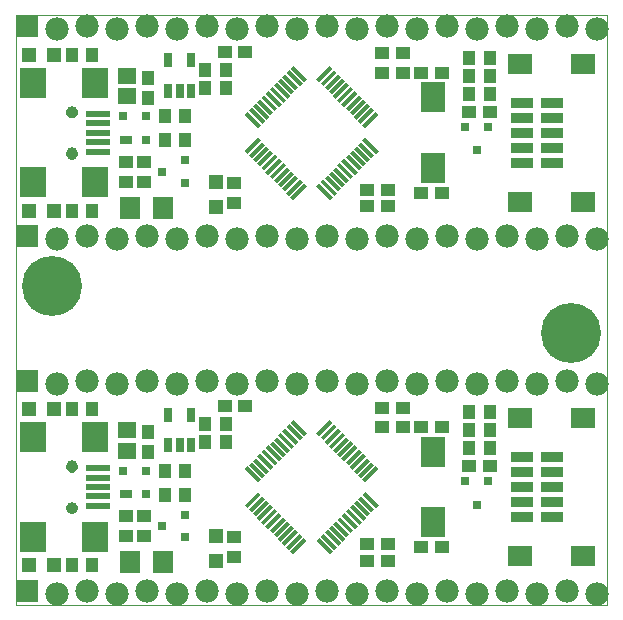
<source format=gts>
G75*
G70*
%OFA0B0*%
%FSLAX24Y24*%
%IPPOS*%
%LPD*%
%AMOC8*
5,1,8,0,0,1.08239X$1,22.5*
%
%ADD10C,0.0000*%
%ADD11R,0.0512X0.0512*%
%ADD12R,0.0473X0.0434*%
%ADD13R,0.0434X0.0473*%
%ADD14R,0.0827X0.0985*%
%ADD15R,0.0827X0.0237*%
%ADD16R,0.0906X0.1024*%
%ADD17C,0.0394*%
%ADD18R,0.0670X0.0750*%
%ADD19R,0.0434X0.0316*%
%ADD20R,0.0276X0.0316*%
%ADD21R,0.0827X0.0670*%
%ADD22R,0.0257X0.0512*%
%ADD23R,0.0631X0.0552*%
%ADD24R,0.0780X0.0780*%
%ADD25C,0.0780*%
%ADD26R,0.0740X0.0340*%
%ADD27R,0.0631X0.0138*%
%ADD28R,0.0138X0.0631*%
%ADD29R,0.0316X0.0276*%
%ADD30C,0.2000*%
D10*
X001657Y006396D02*
X001657Y026081D01*
X021343Y026081D01*
X021343Y006396D01*
X001657Y006396D01*
X003323Y009644D02*
X003325Y009670D01*
X003331Y009696D01*
X003341Y009721D01*
X003354Y009744D01*
X003370Y009764D01*
X003390Y009782D01*
X003412Y009797D01*
X003435Y009809D01*
X003461Y009817D01*
X003487Y009821D01*
X003513Y009821D01*
X003539Y009817D01*
X003565Y009809D01*
X003589Y009797D01*
X003610Y009782D01*
X003630Y009764D01*
X003646Y009744D01*
X003659Y009721D01*
X003669Y009696D01*
X003675Y009670D01*
X003677Y009644D01*
X003675Y009618D01*
X003669Y009592D01*
X003659Y009567D01*
X003646Y009544D01*
X003630Y009524D01*
X003610Y009506D01*
X003588Y009491D01*
X003565Y009479D01*
X003539Y009471D01*
X003513Y009467D01*
X003487Y009467D01*
X003461Y009471D01*
X003435Y009479D01*
X003411Y009491D01*
X003390Y009506D01*
X003370Y009524D01*
X003354Y009544D01*
X003341Y009567D01*
X003331Y009592D01*
X003325Y009618D01*
X003323Y009644D01*
X003323Y011022D02*
X003325Y011048D01*
X003331Y011074D01*
X003341Y011099D01*
X003354Y011122D01*
X003370Y011142D01*
X003390Y011160D01*
X003412Y011175D01*
X003435Y011187D01*
X003461Y011195D01*
X003487Y011199D01*
X003513Y011199D01*
X003539Y011195D01*
X003565Y011187D01*
X003589Y011175D01*
X003610Y011160D01*
X003630Y011142D01*
X003646Y011122D01*
X003659Y011099D01*
X003669Y011074D01*
X003675Y011048D01*
X003677Y011022D01*
X003675Y010996D01*
X003669Y010970D01*
X003659Y010945D01*
X003646Y010922D01*
X003630Y010902D01*
X003610Y010884D01*
X003588Y010869D01*
X003565Y010857D01*
X003539Y010849D01*
X003513Y010845D01*
X003487Y010845D01*
X003461Y010849D01*
X003435Y010857D01*
X003411Y010869D01*
X003390Y010884D01*
X003370Y010902D01*
X003354Y010922D01*
X003341Y010945D01*
X003331Y010970D01*
X003325Y010996D01*
X003323Y011022D01*
X003323Y021455D02*
X003325Y021481D01*
X003331Y021507D01*
X003341Y021532D01*
X003354Y021555D01*
X003370Y021575D01*
X003390Y021593D01*
X003412Y021608D01*
X003435Y021620D01*
X003461Y021628D01*
X003487Y021632D01*
X003513Y021632D01*
X003539Y021628D01*
X003565Y021620D01*
X003589Y021608D01*
X003610Y021593D01*
X003630Y021575D01*
X003646Y021555D01*
X003659Y021532D01*
X003669Y021507D01*
X003675Y021481D01*
X003677Y021455D01*
X003675Y021429D01*
X003669Y021403D01*
X003659Y021378D01*
X003646Y021355D01*
X003630Y021335D01*
X003610Y021317D01*
X003588Y021302D01*
X003565Y021290D01*
X003539Y021282D01*
X003513Y021278D01*
X003487Y021278D01*
X003461Y021282D01*
X003435Y021290D01*
X003411Y021302D01*
X003390Y021317D01*
X003370Y021335D01*
X003354Y021355D01*
X003341Y021378D01*
X003331Y021403D01*
X003325Y021429D01*
X003323Y021455D01*
X003323Y022833D02*
X003325Y022859D01*
X003331Y022885D01*
X003341Y022910D01*
X003354Y022933D01*
X003370Y022953D01*
X003390Y022971D01*
X003412Y022986D01*
X003435Y022998D01*
X003461Y023006D01*
X003487Y023010D01*
X003513Y023010D01*
X003539Y023006D01*
X003565Y022998D01*
X003589Y022986D01*
X003610Y022971D01*
X003630Y022953D01*
X003646Y022933D01*
X003659Y022910D01*
X003669Y022885D01*
X003675Y022859D01*
X003677Y022833D01*
X003675Y022807D01*
X003669Y022781D01*
X003659Y022756D01*
X003646Y022733D01*
X003630Y022713D01*
X003610Y022695D01*
X003588Y022680D01*
X003565Y022668D01*
X003539Y022660D01*
X003513Y022656D01*
X003487Y022656D01*
X003461Y022660D01*
X003435Y022668D01*
X003411Y022680D01*
X003390Y022695D01*
X003370Y022713D01*
X003354Y022733D01*
X003341Y022756D01*
X003331Y022781D01*
X003325Y022807D01*
X003323Y022833D01*
D11*
X002913Y024744D03*
X002087Y024744D03*
X002087Y019544D03*
X002913Y019544D03*
X008300Y019681D03*
X008300Y020508D03*
X002913Y012933D03*
X002087Y012933D03*
X002087Y007733D03*
X002913Y007733D03*
X008300Y007870D03*
X008300Y008697D03*
D12*
X008900Y008668D03*
X008900Y007999D03*
X005900Y008699D03*
X005900Y009368D03*
X005300Y009368D03*
X005300Y008699D03*
X008615Y013033D03*
X009285Y013033D03*
X013365Y008433D03*
X013365Y007883D03*
X014035Y007883D03*
X014035Y008433D03*
X015165Y008333D03*
X015835Y008333D03*
X016765Y011033D03*
X017435Y011033D03*
X015835Y012333D03*
X015165Y012333D03*
X014535Y012333D03*
X014535Y012983D03*
X013865Y012983D03*
X013865Y012333D03*
X014035Y019694D03*
X014035Y020244D03*
X013365Y020244D03*
X013365Y019694D03*
X015165Y020144D03*
X015835Y020144D03*
X016765Y022844D03*
X017435Y022844D03*
X015835Y024144D03*
X015165Y024144D03*
X014535Y024144D03*
X014535Y024794D03*
X013865Y024794D03*
X013865Y024144D03*
X009285Y024844D03*
X008615Y024844D03*
X005900Y021179D03*
X005300Y021179D03*
X005300Y020510D03*
X005900Y020510D03*
X008900Y020479D03*
X008900Y019810D03*
D13*
X007285Y021894D03*
X006615Y021894D03*
X006615Y022694D03*
X006050Y023310D03*
X006050Y023979D03*
X007285Y022694D03*
X007965Y023644D03*
X007965Y024244D03*
X008635Y024244D03*
X008635Y023644D03*
X004185Y024744D03*
X003515Y024744D03*
X003515Y019544D03*
X004185Y019544D03*
X004185Y012933D03*
X003515Y012933D03*
X006050Y012168D03*
X006050Y011499D03*
X006615Y010883D03*
X007285Y010883D03*
X007285Y010083D03*
X006615Y010083D03*
X007965Y011833D03*
X007965Y012433D03*
X008635Y012433D03*
X008635Y011833D03*
X004185Y007733D03*
X003515Y007733D03*
X016765Y011633D03*
X016765Y012233D03*
X016765Y012833D03*
X017435Y012833D03*
X017435Y012233D03*
X017435Y011633D03*
X017435Y023444D03*
X017435Y024044D03*
X017435Y024644D03*
X016765Y024644D03*
X016765Y024044D03*
X016765Y023444D03*
D14*
X015550Y023325D03*
X015550Y020963D03*
X015550Y011514D03*
X015550Y009152D03*
D15*
X004386Y009703D03*
X004386Y010018D03*
X004386Y010333D03*
X004386Y010648D03*
X004386Y010963D03*
X004386Y021514D03*
X004386Y021829D03*
X004386Y022144D03*
X004386Y022459D03*
X004386Y022774D03*
D16*
X004287Y023798D03*
X002201Y023798D03*
X002201Y020491D03*
X004287Y020491D03*
X004287Y011987D03*
X002201Y011987D03*
X002201Y008680D03*
X004287Y008680D03*
D17*
X003500Y009644D03*
X003500Y011022D03*
X003500Y021455D03*
X003500Y022833D03*
D18*
X005440Y019644D03*
X006560Y019644D03*
X006560Y007833D03*
X005440Y007833D03*
D19*
X005305Y010090D03*
X005305Y021901D03*
D20*
X005974Y021901D03*
X005974Y022688D03*
X005226Y022688D03*
X016626Y022338D03*
X017374Y022338D03*
X017000Y021551D03*
X016626Y010527D03*
X017374Y010527D03*
X017000Y009740D03*
X005974Y010090D03*
X005974Y010877D03*
X005226Y010877D03*
D21*
X018437Y012633D03*
X020563Y012633D03*
X020563Y008033D03*
X018437Y008033D03*
X018437Y019844D03*
X020563Y019844D03*
X020563Y024444D03*
X018437Y024444D03*
D22*
X007474Y024556D03*
X006726Y024556D03*
X006726Y023533D03*
X007100Y023533D03*
X007474Y023533D03*
X007474Y012745D03*
X006726Y012745D03*
X006726Y011721D03*
X007100Y011721D03*
X007474Y011721D03*
D23*
X005350Y011549D03*
X005350Y012218D03*
X005350Y023360D03*
X005350Y024029D03*
D24*
X002000Y025694D03*
X002000Y018694D03*
X002000Y013883D03*
X002000Y006883D03*
D25*
X003000Y006783D03*
X004000Y006883D03*
X005000Y006783D03*
X006000Y006883D03*
X007000Y006783D03*
X008000Y006883D03*
X009000Y006783D03*
X010000Y006883D03*
X011000Y006783D03*
X012000Y006883D03*
X013000Y006783D03*
X014000Y006883D03*
X015000Y006783D03*
X016000Y006883D03*
X017000Y006783D03*
X018000Y006883D03*
X019000Y006783D03*
X020000Y006883D03*
X021000Y006783D03*
X021000Y013783D03*
X020000Y013883D03*
X019000Y013783D03*
X018000Y013883D03*
X017000Y013783D03*
X016000Y013883D03*
X015000Y013783D03*
X014000Y013883D03*
X013000Y013783D03*
X012000Y013883D03*
X011000Y013783D03*
X010000Y013883D03*
X009000Y013783D03*
X008000Y013883D03*
X007000Y013783D03*
X006000Y013883D03*
X005000Y013783D03*
X004000Y013883D03*
X003000Y013783D03*
X003000Y018594D03*
X004000Y018694D03*
X005000Y018594D03*
X006000Y018694D03*
X007000Y018594D03*
X008000Y018694D03*
X009000Y018594D03*
X010000Y018694D03*
X011000Y018594D03*
X012000Y018694D03*
X013000Y018594D03*
X014000Y018694D03*
X015000Y018594D03*
X016000Y018694D03*
X017000Y018594D03*
X018000Y018694D03*
X019000Y018594D03*
X020000Y018694D03*
X021000Y018594D03*
X021000Y025594D03*
X020000Y025694D03*
X019000Y025594D03*
X018000Y025694D03*
X017000Y025594D03*
X016000Y025694D03*
X015000Y025594D03*
X014000Y025694D03*
X013000Y025594D03*
X012000Y025694D03*
X011000Y025594D03*
X010000Y025694D03*
X009000Y025594D03*
X008000Y025694D03*
X007000Y025594D03*
X006000Y025694D03*
X005000Y025594D03*
X004000Y025694D03*
X003000Y025594D03*
D26*
X018500Y023144D03*
X018500Y022644D03*
X018500Y022144D03*
X018500Y021644D03*
X018500Y021144D03*
X019500Y021144D03*
X019500Y021644D03*
X019500Y022144D03*
X019500Y022644D03*
X019500Y023144D03*
X019500Y011333D03*
X019500Y010833D03*
X019500Y010333D03*
X019500Y009833D03*
X019500Y009333D03*
X018500Y009333D03*
X018500Y009833D03*
X018500Y010333D03*
X018500Y010833D03*
X018500Y011333D03*
D27*
G36*
X013192Y010592D02*
X013636Y011036D01*
X013734Y010938D01*
X013290Y010494D01*
X013192Y010592D01*
G37*
G36*
X013052Y010731D02*
X013496Y011175D01*
X013594Y011077D01*
X013150Y010633D01*
X013052Y010731D01*
G37*
G36*
X012913Y010870D02*
X013357Y011314D01*
X013455Y011216D01*
X013011Y010772D01*
X012913Y010870D01*
G37*
G36*
X012774Y011009D02*
X013218Y011453D01*
X013316Y011355D01*
X012872Y010911D01*
X012774Y011009D01*
G37*
G36*
X012635Y011149D02*
X013079Y011593D01*
X013177Y011495D01*
X012733Y011051D01*
X012635Y011149D01*
G37*
G36*
X012496Y011288D02*
X012940Y011732D01*
X013038Y011634D01*
X012594Y011190D01*
X012496Y011288D01*
G37*
G36*
X012356Y011427D02*
X012800Y011871D01*
X012898Y011773D01*
X012454Y011329D01*
X012356Y011427D01*
G37*
G36*
X012217Y011566D02*
X012661Y012010D01*
X012759Y011912D01*
X012315Y011468D01*
X012217Y011566D01*
G37*
G36*
X012078Y011705D02*
X012522Y012149D01*
X012620Y012051D01*
X012176Y011607D01*
X012078Y011705D01*
G37*
G36*
X011939Y011845D02*
X012383Y012289D01*
X012481Y012191D01*
X012037Y011747D01*
X011939Y011845D01*
G37*
G36*
X011800Y011984D02*
X012244Y012428D01*
X012342Y012330D01*
X011898Y011886D01*
X011800Y011984D01*
G37*
G36*
X011661Y012123D02*
X012105Y012567D01*
X012203Y012469D01*
X011759Y012025D01*
X011661Y012123D01*
G37*
G36*
X009266Y009729D02*
X009710Y010173D01*
X009808Y010075D01*
X009364Y009631D01*
X009266Y009729D01*
G37*
G36*
X009406Y009590D02*
X009850Y010034D01*
X009948Y009936D01*
X009504Y009492D01*
X009406Y009590D01*
G37*
G36*
X009545Y009450D02*
X009989Y009894D01*
X010087Y009796D01*
X009643Y009352D01*
X009545Y009450D01*
G37*
G36*
X009684Y009311D02*
X010128Y009755D01*
X010226Y009657D01*
X009782Y009213D01*
X009684Y009311D01*
G37*
G36*
X009823Y009172D02*
X010267Y009616D01*
X010365Y009518D01*
X009921Y009074D01*
X009823Y009172D01*
G37*
G36*
X009962Y009033D02*
X010406Y009477D01*
X010504Y009379D01*
X010060Y008935D01*
X009962Y009033D01*
G37*
G36*
X010102Y008894D02*
X010546Y009338D01*
X010644Y009240D01*
X010200Y008796D01*
X010102Y008894D01*
G37*
G36*
X010241Y008754D02*
X010685Y009198D01*
X010783Y009100D01*
X010339Y008656D01*
X010241Y008754D01*
G37*
G36*
X010380Y008615D02*
X010824Y009059D01*
X010922Y008961D01*
X010478Y008517D01*
X010380Y008615D01*
G37*
G36*
X010519Y008476D02*
X010963Y008920D01*
X011061Y008822D01*
X010617Y008378D01*
X010519Y008476D01*
G37*
G36*
X010658Y008337D02*
X011102Y008781D01*
X011200Y008683D01*
X010756Y008239D01*
X010658Y008337D01*
G37*
G36*
X010797Y008198D02*
X011241Y008642D01*
X011339Y008544D01*
X010895Y008100D01*
X010797Y008198D01*
G37*
G36*
X010797Y020009D02*
X011241Y020453D01*
X011339Y020355D01*
X010895Y019911D01*
X010797Y020009D01*
G37*
G36*
X010658Y020148D02*
X011102Y020592D01*
X011200Y020494D01*
X010756Y020050D01*
X010658Y020148D01*
G37*
G36*
X010519Y020287D02*
X010963Y020731D01*
X011061Y020633D01*
X010617Y020189D01*
X010519Y020287D01*
G37*
G36*
X010380Y020426D02*
X010824Y020870D01*
X010922Y020772D01*
X010478Y020328D01*
X010380Y020426D01*
G37*
G36*
X010241Y020565D02*
X010685Y021009D01*
X010783Y020911D01*
X010339Y020467D01*
X010241Y020565D01*
G37*
G36*
X010102Y020705D02*
X010546Y021149D01*
X010644Y021051D01*
X010200Y020607D01*
X010102Y020705D01*
G37*
G36*
X009962Y020844D02*
X010406Y021288D01*
X010504Y021190D01*
X010060Y020746D01*
X009962Y020844D01*
G37*
G36*
X009823Y020983D02*
X010267Y021427D01*
X010365Y021329D01*
X009921Y020885D01*
X009823Y020983D01*
G37*
G36*
X009684Y021122D02*
X010128Y021566D01*
X010226Y021468D01*
X009782Y021024D01*
X009684Y021122D01*
G37*
G36*
X009545Y021261D02*
X009989Y021705D01*
X010087Y021607D01*
X009643Y021163D01*
X009545Y021261D01*
G37*
G36*
X009406Y021401D02*
X009850Y021845D01*
X009948Y021747D01*
X009504Y021303D01*
X009406Y021401D01*
G37*
G36*
X009266Y021540D02*
X009710Y021984D01*
X009808Y021886D01*
X009364Y021442D01*
X009266Y021540D01*
G37*
G36*
X011661Y023934D02*
X012105Y024378D01*
X012203Y024280D01*
X011759Y023836D01*
X011661Y023934D01*
G37*
G36*
X011800Y023795D02*
X012244Y024239D01*
X012342Y024141D01*
X011898Y023697D01*
X011800Y023795D01*
G37*
G36*
X011939Y023656D02*
X012383Y024100D01*
X012481Y024002D01*
X012037Y023558D01*
X011939Y023656D01*
G37*
G36*
X012078Y023516D02*
X012522Y023960D01*
X012620Y023862D01*
X012176Y023418D01*
X012078Y023516D01*
G37*
G36*
X012217Y023377D02*
X012661Y023821D01*
X012759Y023723D01*
X012315Y023279D01*
X012217Y023377D01*
G37*
G36*
X012356Y023238D02*
X012800Y023682D01*
X012898Y023584D01*
X012454Y023140D01*
X012356Y023238D01*
G37*
G36*
X012496Y023099D02*
X012940Y023543D01*
X013038Y023445D01*
X012594Y023001D01*
X012496Y023099D01*
G37*
G36*
X012635Y022960D02*
X013079Y023404D01*
X013177Y023306D01*
X012733Y022862D01*
X012635Y022960D01*
G37*
G36*
X012774Y022820D02*
X013218Y023264D01*
X013316Y023166D01*
X012872Y022722D01*
X012774Y022820D01*
G37*
G36*
X012913Y022681D02*
X013357Y023125D01*
X013455Y023027D01*
X013011Y022583D01*
X012913Y022681D01*
G37*
G36*
X013052Y022542D02*
X013496Y022986D01*
X013594Y022888D01*
X013150Y022444D01*
X013052Y022542D01*
G37*
G36*
X013192Y022403D02*
X013636Y022847D01*
X013734Y022749D01*
X013290Y022305D01*
X013192Y022403D01*
G37*
D28*
G36*
X013192Y021886D02*
X013290Y021984D01*
X013734Y021540D01*
X013636Y021442D01*
X013192Y021886D01*
G37*
G36*
X013052Y021747D02*
X013150Y021845D01*
X013594Y021401D01*
X013496Y021303D01*
X013052Y021747D01*
G37*
G36*
X012913Y021607D02*
X013011Y021705D01*
X013455Y021261D01*
X013357Y021163D01*
X012913Y021607D01*
G37*
G36*
X012774Y021468D02*
X012872Y021566D01*
X013316Y021122D01*
X013218Y021024D01*
X012774Y021468D01*
G37*
G36*
X012635Y021329D02*
X012733Y021427D01*
X013177Y020983D01*
X013079Y020885D01*
X012635Y021329D01*
G37*
G36*
X012496Y021190D02*
X012594Y021288D01*
X013038Y020844D01*
X012940Y020746D01*
X012496Y021190D01*
G37*
G36*
X012356Y021051D02*
X012454Y021149D01*
X012898Y020705D01*
X012800Y020607D01*
X012356Y021051D01*
G37*
G36*
X012217Y020911D02*
X012315Y021009D01*
X012759Y020565D01*
X012661Y020467D01*
X012217Y020911D01*
G37*
G36*
X012078Y020772D02*
X012176Y020870D01*
X012620Y020426D01*
X012522Y020328D01*
X012078Y020772D01*
G37*
G36*
X011939Y020633D02*
X012037Y020731D01*
X012481Y020287D01*
X012383Y020189D01*
X011939Y020633D01*
G37*
G36*
X011800Y020494D02*
X011898Y020592D01*
X012342Y020148D01*
X012244Y020050D01*
X011800Y020494D01*
G37*
G36*
X011661Y020355D02*
X011759Y020453D01*
X012203Y020009D01*
X012105Y019911D01*
X011661Y020355D01*
G37*
G36*
X009266Y022749D02*
X009364Y022847D01*
X009808Y022403D01*
X009710Y022305D01*
X009266Y022749D01*
G37*
G36*
X009406Y022888D02*
X009504Y022986D01*
X009948Y022542D01*
X009850Y022444D01*
X009406Y022888D01*
G37*
G36*
X009545Y023027D02*
X009643Y023125D01*
X010087Y022681D01*
X009989Y022583D01*
X009545Y023027D01*
G37*
G36*
X009684Y023166D02*
X009782Y023264D01*
X010226Y022820D01*
X010128Y022722D01*
X009684Y023166D01*
G37*
G36*
X009823Y023306D02*
X009921Y023404D01*
X010365Y022960D01*
X010267Y022862D01*
X009823Y023306D01*
G37*
G36*
X009962Y023445D02*
X010060Y023543D01*
X010504Y023099D01*
X010406Y023001D01*
X009962Y023445D01*
G37*
G36*
X010102Y023584D02*
X010200Y023682D01*
X010644Y023238D01*
X010546Y023140D01*
X010102Y023584D01*
G37*
G36*
X010241Y023723D02*
X010339Y023821D01*
X010783Y023377D01*
X010685Y023279D01*
X010241Y023723D01*
G37*
G36*
X010380Y023862D02*
X010478Y023960D01*
X010922Y023516D01*
X010824Y023418D01*
X010380Y023862D01*
G37*
G36*
X010519Y024002D02*
X010617Y024100D01*
X011061Y023656D01*
X010963Y023558D01*
X010519Y024002D01*
G37*
G36*
X010658Y024141D02*
X010756Y024239D01*
X011200Y023795D01*
X011102Y023697D01*
X010658Y024141D01*
G37*
G36*
X010797Y024280D02*
X010895Y024378D01*
X011339Y023934D01*
X011241Y023836D01*
X010797Y024280D01*
G37*
G36*
X010797Y012469D02*
X010895Y012567D01*
X011339Y012123D01*
X011241Y012025D01*
X010797Y012469D01*
G37*
G36*
X010658Y012330D02*
X010756Y012428D01*
X011200Y011984D01*
X011102Y011886D01*
X010658Y012330D01*
G37*
G36*
X010519Y012191D02*
X010617Y012289D01*
X011061Y011845D01*
X010963Y011747D01*
X010519Y012191D01*
G37*
G36*
X010380Y012051D02*
X010478Y012149D01*
X010922Y011705D01*
X010824Y011607D01*
X010380Y012051D01*
G37*
G36*
X010241Y011912D02*
X010339Y012010D01*
X010783Y011566D01*
X010685Y011468D01*
X010241Y011912D01*
G37*
G36*
X010102Y011773D02*
X010200Y011871D01*
X010644Y011427D01*
X010546Y011329D01*
X010102Y011773D01*
G37*
G36*
X009962Y011634D02*
X010060Y011732D01*
X010504Y011288D01*
X010406Y011190D01*
X009962Y011634D01*
G37*
G36*
X009823Y011495D02*
X009921Y011593D01*
X010365Y011149D01*
X010267Y011051D01*
X009823Y011495D01*
G37*
G36*
X009684Y011355D02*
X009782Y011453D01*
X010226Y011009D01*
X010128Y010911D01*
X009684Y011355D01*
G37*
G36*
X009545Y011216D02*
X009643Y011314D01*
X010087Y010870D01*
X009989Y010772D01*
X009545Y011216D01*
G37*
G36*
X009406Y011077D02*
X009504Y011175D01*
X009948Y010731D01*
X009850Y010633D01*
X009406Y011077D01*
G37*
G36*
X009266Y010938D02*
X009364Y011036D01*
X009808Y010592D01*
X009710Y010494D01*
X009266Y010938D01*
G37*
G36*
X011661Y008544D02*
X011759Y008642D01*
X012203Y008198D01*
X012105Y008100D01*
X011661Y008544D01*
G37*
G36*
X011800Y008683D02*
X011898Y008781D01*
X012342Y008337D01*
X012244Y008239D01*
X011800Y008683D01*
G37*
G36*
X011939Y008822D02*
X012037Y008920D01*
X012481Y008476D01*
X012383Y008378D01*
X011939Y008822D01*
G37*
G36*
X012078Y008961D02*
X012176Y009059D01*
X012620Y008615D01*
X012522Y008517D01*
X012078Y008961D01*
G37*
G36*
X012217Y009100D02*
X012315Y009198D01*
X012759Y008754D01*
X012661Y008656D01*
X012217Y009100D01*
G37*
G36*
X012356Y009240D02*
X012454Y009338D01*
X012898Y008894D01*
X012800Y008796D01*
X012356Y009240D01*
G37*
G36*
X012496Y009379D02*
X012594Y009477D01*
X013038Y009033D01*
X012940Y008935D01*
X012496Y009379D01*
G37*
G36*
X012635Y009518D02*
X012733Y009616D01*
X013177Y009172D01*
X013079Y009074D01*
X012635Y009518D01*
G37*
G36*
X012774Y009657D02*
X012872Y009755D01*
X013316Y009311D01*
X013218Y009213D01*
X012774Y009657D01*
G37*
G36*
X012913Y009796D02*
X013011Y009894D01*
X013455Y009450D01*
X013357Y009352D01*
X012913Y009796D01*
G37*
G36*
X013052Y009936D02*
X013150Y010034D01*
X013594Y009590D01*
X013496Y009492D01*
X013052Y009936D01*
G37*
G36*
X013192Y010075D02*
X013290Y010173D01*
X013734Y009729D01*
X013636Y009631D01*
X013192Y010075D01*
G37*
D29*
X007294Y009407D03*
X007294Y008659D03*
X006506Y009033D03*
X007294Y020470D03*
X007294Y021218D03*
X006506Y020844D03*
D30*
X002839Y017026D03*
X020161Y015451D03*
M02*

</source>
